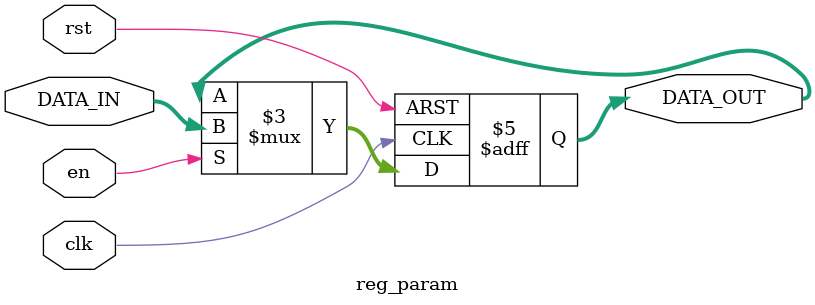
<source format=sv>
/****************************************
 * Company: ITESO
 ****************************************
 * Engineer: Francisco Flores
 * Date: Feb 2024
 ****************************************
 * Description: This is a PIPO register
 * with reset on high and enable on high.
 * It's data width is parametrized.
 ****************************************/
module reg_param #(
	parameter LENGTH = 32,
	parameter RESET_VALUE = 32'd0
)
(
/*Inputs*/
	/*Control*/
	input clk, /*System Clock*/
	input en, /*Enable on High*/
	input rst, /*REset on high*/
	/*Data*/
	input [LENGTH - 1:0] DATA_IN, /*Data input of LENGTH bits*/
/*Outputs*/
	output reg [LENGTH - 1:0] DATA_OUT /*Data output of LENGTH bits*/
);

always @(posedge clk, posedge rst)
begin
	if (rst)
	/*Reset event*/
		DATA_OUT <= RESET_VALUE;
	else
		if (en)
			DATA_OUT <= DATA_IN;
		else
			DATA_OUT <= DATA_OUT;
end
endmodule
</source>
